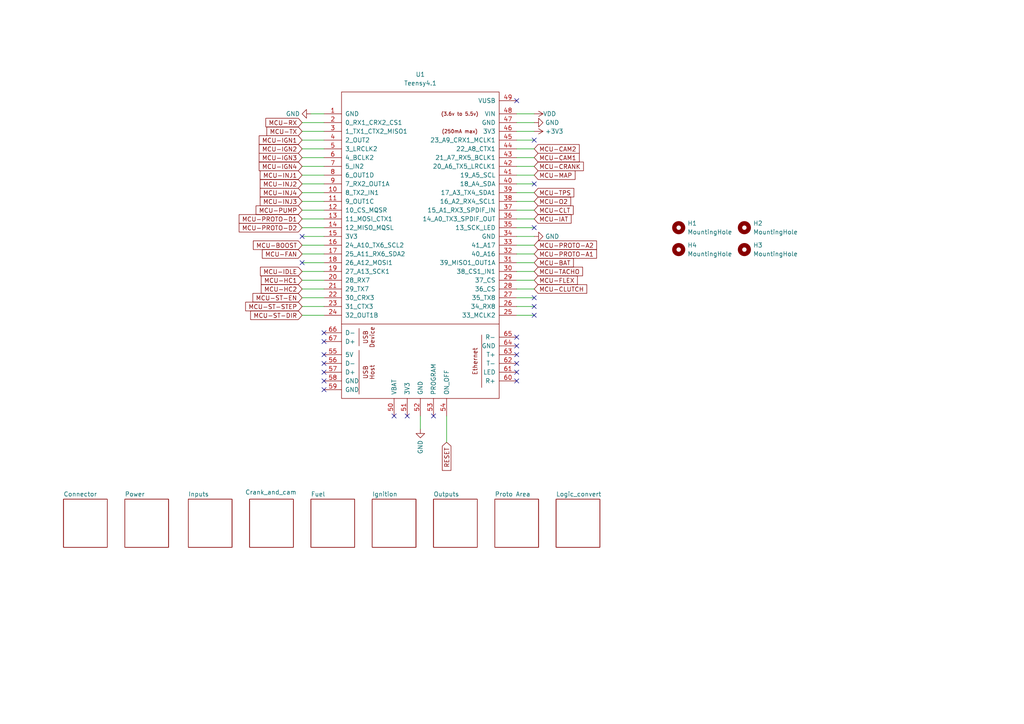
<source format=kicad_sch>
(kicad_sch (version 20211123) (generator eeschema)
  (paper "A4")
  (title_block (title "Speeduino board for Teensy 4.1") (date "2023-01-02") (rev "5") (company "Fontys Eindhoven EXPO group 13 || Speeduino") (comment 1 "Adapted from Speeduino V0.4.4c board"))
  (lib_symbols
    (symbol "Mechanical:MountingHole" (pin_names (offset 1.016))
      (property "Reference" "H" (at 0 5.08 0))
      (property "Value" "MountingHole" (at 0 3.175 0))
      (symbol "MountingHole_0_1"
        (circle (center 0 0) (radius 1.27) (stroke (width 1.27)))
      )
    )
    (symbol "Speeduino-lib:Teensy4.1" (pin_names (offset 1.016))
      (property "Reference" "U" (at 0 64.77 0))
      (property "Value" "Teensy4.1" (at 0 62.23 0))
      (symbol "Teensy4.1_0_0"
        (polyline (pts (xy -22.86 -6.35) (xy 22.86 -6.35)))
        (polyline (pts (xy -17.78 -26.67) (xy -17.78 -13.97)))
        (polyline (pts (xy -17.78 -7.62) (xy -17.78 -12.7)))
        (polyline (pts (xy 17.78 -9.525) (xy 17.78 -24.765)))
        (text "(250mA max)" (at 11.43 49.53 0) (effects (font (size 1.016 1.016))))
        (text "(3.6v to 5.5v)" (at 11.43 54.61 0) (effects (font (size 1.016 1.016))))
        (text "Device" (at -13.97 -10.16 900) (effects (font (size 1.27 1.27))))
        (text "Ethernet" (at 15.875 -17.145 900) (effects (font (size 1.27 1.27))))
        (text "Host" (at -13.97 -20.32 900) (effects (font (size 1.27 1.27))))
        (text "USB" (at -15.875 -20.32 900) (effects (font (size 1.27 1.27))))
        (text "USB" (at -15.875 -10.16 900) (effects (font (size 1.27 1.27))))
        (pin bidirectional line (at -27.94 31.75 0) (length 5.08) (name "8_TX2_IN1") (number "10"))
        (pin bidirectional line (at -27.94 29.21 0) (length 5.08) (name "9_OUT1C") (number "11"))
        (pin bidirectional line (at -27.94 26.67 0) (length 5.08) (name "10_CS_MQSR") (number "12"))
        (pin bidirectional line (at -27.94 24.13 0) (length 5.08) (name "11_MOSI_CTX1") (number "13"))
        (pin bidirectional line (at -27.94 21.59 0) (length 5.08) (name "12_MISO_MQSL") (number "14"))
        (pin power_in line (at -27.94 19.05 0) (length 5.08) (name "3V3") (number "15"))
        (pin bidirectional line (at -27.94 16.51 0) (length 5.08) (name "24_A10_TX6_SCL2") (number "16"))
        (pin bidirectional line (at -27.94 13.97 0) (length 5.08) (name "25_A11_RX6_SDA2") (number "17"))
        (pin bidirectional line (at -27.94 11.43 0) (length 5.08) (name "26_A12_MOSI1") (number "18"))
        (pin bidirectional line (at -27.94 8.89 0) (length 5.08) (name "27_A13_SCK1") (number "19"))
        (pin bidirectional line (at -27.94 6.35 0) (length 5.08) (name "28_RX7") (number "20"))
        (pin bidirectional line (at -27.94 3.81 0) (length 5.08) (name "29_TX7") (number "21"))
        (pin bidirectional line (at -27.94 1.27 0) (length 5.08) (name "30_CRX3") (number "22"))
        (pin bidirectional line (at -27.94 -1.27 0) (length 5.08) (name "31_CTX3") (number "23"))
        (pin bidirectional line (at -27.94 -3.81 0) (length 5.08) (name "32_OUT1B") (number "24"))
        (pin bidirectional line (at 27.94 -3.81 180) (length 5.08) (name "33_MCLK2") (number "25"))
        (pin bidirectional line (at 27.94 -1.27 180) (length 5.08) (name "34_RX8") (number "26"))
        (pin bidirectional line (at 27.94 1.27 180) (length 5.08) (name "35_TX8") (number "27"))
        (pin bidirectional line (at 27.94 3.81 180) (length 5.08) (name "36_CS") (number "28"))
        (pin bidirectional line (at 27.94 6.35 180) (length 5.08) (name "37_CS") (number "29"))
        (pin bidirectional line (at 27.94 8.89 180) (length 5.08) (name "38_CS1_IN1") (number "30"))
        (pin bidirectional line (at 27.94 11.43 180) (length 5.08) (name "39_MISO1_OUT1A") (number "31"))
        (pin bidirectional line (at 27.94 13.97 180) (length 5.08) (name "40_A16") (number "32"))
        (pin bidirectional line (at 27.94 16.51 180) (length 5.08) (name "41_A17") (number "33"))
        (pin bidirectional line (at 27.94 21.59 180) (length 5.08) (name "13_SCK_LED") (number "35"))
        (pin bidirectional line (at 27.94 24.13 180) (length 5.08) (name "14_A0_TX3_SPDIF_OUT") (number "36"))
        (pin bidirectional line (at 27.94 26.67 180) (length 5.08) (name "15_A1_RX3_SPDIF_IN") (number "37"))
        (pin bidirectional line (at 27.94 29.21 180) (length 5.08) (name "16_A2_RX4_SCL1") (number "38"))
        (pin bidirectional line (at 27.94 31.75 180) (length 5.08) (name "17_A3_TX4_SDA1") (number "39"))
        (pin bidirectional line (at 27.94 34.29 180) (length 5.08) (name "18_A4_SDA") (number "40"))
        (pin bidirectional line (at 27.94 36.83 180) (length 5.08) (name "19_A5_SCL") (number "41"))
        (pin bidirectional line (at 27.94 39.37 180) (length 5.08) (name "20_A6_TX5_LRCLK1") (number "42"))
        (pin bidirectional line (at 27.94 41.91 180) (length 5.08) (name "21_A7_RX5_BCLK1") (number "43"))
        (pin bidirectional line (at 27.94 44.45 180) (length 5.08) (name "22_A8_CTX1") (number "44"))
        (pin bidirectional line (at 27.94 46.99 180) (length 5.08) (name "23_A9_CRX1_MCLK1") (number "45"))
        (pin power_out line (at 27.94 49.53 180) (length 5.08) (name "3V3") (number "46"))
        (pin power_in line (at 27.94 52.07 180) (length 5.08) (name "GND") (number "47"))
        (pin power_in line (at 27.94 54.61 180) (length 5.08) (name "VIN") (number "48"))
        (pin power_out line (at 27.94 58.42 180) (length 5.08) (name "VUSB") (number "49"))
        (pin bidirectional line (at -27.94 44.45 0) (length 5.08) (name "3_LRCLK2") (number "5"))
        (pin power_in line (at -7.62 -33.02 90) (length 5.08) (name "VBAT") (number "50"))
        (pin power_in line (at -3.81 -33.02 90) (length 5.08) (name "3V3") (number "51"))
        (pin input line (at 0 -33.02 90) (length 5.08) (name "GND") (number "52"))
        (pin input line (at 3.81 -33.02 90) (length 5.08) (name "PROGRAM") (number "53"))
        (pin input line (at 7.62 -33.02 90) (length 5.08) (name "ON_OFF") (number "54"))
        (pin power_out line (at -27.94 -15.24 0) (length 5.08) (name "5V") (number "55"))
        (pin bidirectional line (at -27.94 -17.78 0) (length 5.08) (name "D-") (number "56"))
        (pin bidirectional line (at -27.94 -20.32 0) (length 5.08) (name "D+") (number "57"))
        (pin power_in line (at -27.94 -22.86 0) (length 5.08) (name "GND") (number "58"))
        (pin power_in line (at -27.94 -25.4 0) (length 5.08) (name "GND") (number "59"))
        (pin bidirectional line (at -27.94 41.91 0) (length 5.08) (name "4_BCLK2") (number "6"))
        (pin bidirectional line (at 27.94 -22.86 180) (length 5.08) (name "R+") (number "60"))
        (pin bidirectional line (at 27.94 -20.32 180) (length 5.08) (name "LED") (number "61"))
        (pin bidirectional line (at 27.94 -17.78 180) (length 5.08) (name "T-") (number "62"))
        (pin bidirectional line (at 27.94 -15.24 180) (length 5.08) (name "T+") (number "63"))
        (pin power_in line (at 27.94 -12.7 180) (length 5.08) (name "GND") (number "64"))
        (pin bidirectional line (at 27.94 -10.16 180) (length 5.08) (name "R-") (number "65"))
        (pin bidirectional line (at -27.94 -8.89 0) (length 5.08) (name "D-") (number "66"))
        (pin bidirectional line (at -27.94 -11.43 0) (length 5.08) (name "D+") (number "67"))
        (pin bidirectional line (at -27.94 39.37 0) (length 5.08) (name "5_IN2") (number "7"))
        (pin bidirectional line (at -27.94 36.83 0) (length 5.08) (name "6_OUT1D") (number "8"))
        (pin bidirectional line (at -27.94 34.29 0) (length 5.08) (name "7_RX2_OUT1A") (number "9"))
      )
      (symbol "Teensy4.1_0_1"
        (rectangle (start -22.86 60.96) (end 22.86 -27.94))
        (rectangle (start -20.32 -1.27) (end -20.32 -1.27))
      )
      (symbol "Teensy4.1_1_1"
        (pin power_in line (at -27.94 54.61 0) (length 5.08) (name "GND") (number "1"))
        (pin bidirectional line (at -27.94 52.07 0) (length 5.08) (name "0_RX1_CRX2_CS1") (number "2"))
        (pin bidirectional line (at -27.94 49.53 0) (length 5.08) (name "1_TX1_CTX2_MISO1") (number "3"))
        (pin power_in line (at 27.94 19.05 180) (length 5.08) (name "GND") (number "34"))
        (pin bidirectional line (at -27.94 46.99 0) (length 5.08) (name "2_OUT2") (number "4"))
      )
    )
    (symbol "power:+3V3" (power) (pin_names (offset 0))
      (property "Value" "+3V3" (at 0 3.556 0))
      (symbol "+3V3_0_1"
        (polyline (pts (xy -0.762 1.27) (xy 0 2.54)))
        (polyline (pts (xy 0 0) (xy 0 2.54)))
        (polyline (pts (xy 0 2.54) (xy 0.762 1.27)))
      )
      (symbol "+3V3_1_1"
        (pin power_in line (at 0 0 90) (length 0) hide (name "+3V3") (number "1"))
      )
    )
    (symbol "power:GND" (power) (pin_names (offset 0))
      (property "Value" "GND" (at 0 -3.81 0))
      (symbol "GND_0_1"
        (polyline (pts (xy 0 0) (xy 0 -1.27) (xy 1.27 -1.27) (xy 0 -2.54) (xy -1.27 -1.27) (xy 0 -1.27)))
      )
      (symbol "GND_1_1"
        (pin power_in line (at 0 0 270) (length 0) hide (name "GND") (number "1"))
      )
    )
    (symbol "power:VDD" (power) (pin_names (offset 0))
      (property "Value" "VDD" (at 0 3.81 0))
      (symbol "VDD_0_1"
        (polyline (pts (xy -0.762 1.27) (xy 0 2.54)))
        (polyline (pts (xy 0 0) (xy 0 2.54)))
        (polyline (pts (xy 0 2.54) (xy 0.762 1.27)))
      )
      (symbol "VDD_1_1"
        (pin power_in line (at 0 0 90) (length 0) hide (name "VDD") (number "1"))
      )
    )
  )
  (no_connect (at 87.63 68.58))
  (no_connect (at 87.63 76.2))
  (no_connect (at 149.86 107.95))
  (no_connect (at 154.94 91.44))
  (no_connect (at 154.94 86.36))
  (no_connect (at 114.3 120.65))
  (no_connect (at 125.73 120.65))
  (no_connect (at 149.86 97.79))
  (no_connect (at 149.86 102.87))
  (no_connect (at 149.86 110.49))
  (no_connect (at 93.98 110.49))
  (no_connect (at 93.98 113.03))
  (no_connect (at 93.98 105.41))
  (no_connect (at 93.98 102.87))
  (no_connect (at 154.94 53.34))
  (no_connect (at 149.86 29.21))
  (no_connect (at 118.11 120.65))
  (no_connect (at 93.98 96.52))
  (no_connect (at 154.94 88.9))
  (no_connect (at 93.98 107.95))
  (no_connect (at 154.94 66.04))
  (no_connect (at 154.94 40.64))
  (no_connect (at 149.86 105.41))
  (no_connect (at 93.98 99.06))
  (no_connect (at 149.86 100.33))
  (wire (pts (xy 87.63 83.82) (xy 93.98 83.82)))
  (wire (pts (xy 149.86 40.64) (xy 154.94 40.64)))
  (wire (pts (xy 149.86 53.34) (xy 154.94 53.34)))
  (wire (pts (xy 149.86 58.42) (xy 154.94 58.42)))
  (wire (pts (xy 149.86 73.66) (xy 154.94 73.66)))
  (wire (pts (xy 87.63 68.58) (xy 93.98 68.58)))
  (wire (pts (xy 87.63 76.2) (xy 93.98 76.2)))
  (wire (pts (xy 149.86 76.2) (xy 154.94 76.2)))
  (wire (pts (xy 87.63 78.74) (xy 93.98 78.74)))
  (wire (pts (xy 149.86 35.56) (xy 154.94 35.56)))
  (wire (pts (xy 149.86 88.9) (xy 154.94 88.9)))
  (wire (pts (xy 149.86 55.88) (xy 154.94 55.88)))
  (wire (pts (xy 87.63 88.9) (xy 93.98 88.9)))
  (wire (pts (xy 87.63 58.42) (xy 93.98 58.42)))
  (wire (pts (xy 87.63 73.66) (xy 93.98 73.66)))
  (wire (pts (xy 87.63 43.18) (xy 93.98 43.18)))
  (wire (pts (xy 149.86 68.58) (xy 154.94 68.58)))
  (wire (pts (xy 149.86 48.26) (xy 154.94 48.26)))
  (wire (pts (xy 87.63 45.72) (xy 93.98 45.72)))
  (wire (pts (xy 149.86 63.5) (xy 154.94 63.5)))
  (wire (pts (xy 149.86 38.1) (xy 154.94 38.1)))
  (wire (pts (xy 87.63 40.64) (xy 93.98 40.64)))
  (wire (pts (xy 149.86 60.96) (xy 154.94 60.96)))
  (wire (pts (xy 93.98 33.02) (xy 90.17 33.02)))
  (wire (pts (xy 87.63 50.8) (xy 93.98 50.8)))
  (wire (pts (xy 87.63 63.5) (xy 93.98 63.5)))
  (wire (pts (xy 87.63 53.34) (xy 93.98 53.34)))
  (wire (pts (xy 93.98 38.1) (xy 87.63 38.1)))
  (wire (pts (xy 129.54 128.27) (xy 129.54 120.65)))
  (wire (pts (xy 149.86 91.44) (xy 154.94 91.44)))
  (wire (pts (xy 93.98 71.12) (xy 87.63 71.12)))
  (wire (pts (xy 121.92 120.65) (xy 121.92 124.46)))
  (wire (pts (xy 87.63 48.26) (xy 93.98 48.26)))
  (wire (pts (xy 87.63 86.36) (xy 93.98 86.36)))
  (wire (pts (xy 149.86 71.12) (xy 154.94 71.12)))
  (wire (pts (xy 149.86 66.04) (xy 154.94 66.04)))
  (wire (pts (xy 149.86 45.72) (xy 154.94 45.72)))
  (wire (pts (xy 149.86 81.28) (xy 154.94 81.28)))
  (wire (pts (xy 87.63 35.56) (xy 93.98 35.56)))
  (wire (pts (xy 87.63 66.04) (xy 93.98 66.04)))
  (wire (pts (xy 87.63 81.28) (xy 93.98 81.28)))
  (wire (pts (xy 87.63 91.44) (xy 93.98 91.44)))
  (wire (pts (xy 149.86 86.36) (xy 154.94 86.36)))
  (wire (pts (xy 93.98 55.88) (xy 87.63 55.88)))
  (wire (pts (xy 149.86 83.82) (xy 154.94 83.82)))
  (wire (pts (xy 149.86 50.8) (xy 154.94 50.8)))
  (wire (pts (xy 149.86 43.18) (xy 154.94 43.18)))
  (wire (pts (xy 87.63 60.96) (xy 93.98 60.96)))
  (wire (pts (xy 149.86 78.74) (xy 154.94 78.74)))
  (wire (pts (xy 149.86 33.02) (xy 154.94 33.02)))
  (global_label "MCU-CRANK" (shape input) (at 154.94 48.26 0) (property "Intersheet References" "${INTERSHEET_REFS}" (effects hide)))
  (global_label "RESET" (shape input) (at 129.54 128.27 270) (property "Intersheet References" "${INTERSHEET_REFS}" (effects hide)))
  (global_label "MCU-CLT" (shape input) (at 154.94 60.96 0) (property "Intersheet References" "${INTERSHEET_REFS}" (effects hide)))
  (global_label "MCU-CLUTCH" (shape input) (at 154.94 83.82 0) (property "Intersheet References" "${INTERSHEET_REFS}" (effects hide)))
  (global_label "MCU-PROTO-A2" (shape input) (at 154.94 71.12 0) (property "Intersheet References" "${INTERSHEET_REFS}" (effects hide)))
  (global_label "MCU-PROTO-A1" (shape input) (at 154.94 73.66 0) (property "Intersheet References" "${INTERSHEET_REFS}" (effects hide)))
  (global_label "MCU-INJ2" (shape input) (at 87.63 53.34 180) (property "Intersheet References" "${INTERSHEET_REFS}" (effects hide)))
  (global_label "MCU-TACHO" (shape input) (at 154.94 78.74 0) (property "Intersheet References" "${INTERSHEET_REFS}" (effects hide)))
  (global_label "MCU-IAT" (shape input) (at 154.94 63.5 0) (property "Intersheet References" "${INTERSHEET_REFS}" (effects hide)))
  (global_label "MCU-O2" (shape input) (at 154.94 58.42 0) (property "Intersheet References" "${INTERSHEET_REFS}" (effects hide)))
  (global_label "MCU-PROTO-D2" (shape input) (at 87.63 66.04 180) (property "Intersheet References" "${INTERSHEET_REFS}" (effects hide)))
  (global_label "MCU-FAN" (shape input) (at 87.63 73.66 180) (property "Intersheet References" "${INTERSHEET_REFS}" (effects hide)))
  (global_label "MCU-ST-DIR" (shape input) (at 87.63 91.44 180) (property "Intersheet References" "${INTERSHEET_REFS}" (effects hide)))
  (global_label "MCU-INJ1" (shape input) (at 87.63 50.8 180) (property "Intersheet References" "${INTERSHEET_REFS}" (effects hide)))
  (global_label "MCU-IGN1" (shape input) (at 87.63 40.64 180) (property "Intersheet References" "${INTERSHEET_REFS}" (effects hide)))
  (global_label "MCU-IGN3" (shape input) (at 87.63 45.72 180) (property "Intersheet References" "${INTERSHEET_REFS}" (effects hide)))
  (global_label "MCU-HC1" (shape input) (at 87.63 81.28 180) (property "Intersheet References" "${INTERSHEET_REFS}" (effects hide)))
  (global_label "MCU-ST-STEP" (shape input) (at 87.63 88.9 180) (property "Intersheet References" "${INTERSHEET_REFS}" (effects hide)))
  (global_label "MCU-PUMP" (shape input) (at 87.63 60.96 180) (property "Intersheet References" "${INTERSHEET_REFS}" (effects hide)))
  (global_label "MCU-BAT" (shape input) (at 154.94 76.2 0) (property "Intersheet References" "${INTERSHEET_REFS}" (effects hide)))
  (global_label "MCU-ST-EN" (shape input) (at 87.63 86.36 180) (property "Intersheet References" "${INTERSHEET_REFS}" (effects hide)))
  (global_label "MCU-FLEX" (shape input) (at 154.94 81.28 0) (property "Intersheet References" "${INTERSHEET_REFS}" (effects hide)))
  (global_label "MCU-CAM1" (shape input) (at 154.94 45.72 0) (property "Intersheet References" "${INTERSHEET_REFS}" (effects hide)))
  (global_label "MCU-IGN2" (shape input) (at 87.63 43.18 180) (property "Intersheet References" "${INTERSHEET_REFS}" (effects hide)))
  (global_label "MCU-INJ4" (shape input) (at 87.63 55.88 180) (property "Intersheet References" "${INTERSHEET_REFS}" (effects hide)))
  (global_label "MCU-IDLE" (shape input) (at 87.63 78.74 180) (property "Intersheet References" "${INTERSHEET_REFS}" (effects hide)))
  (global_label "MCU-MAP" (shape input) (at 154.94 50.8 0) (property "Intersheet References" "${INTERSHEET_REFS}" (effects hide)))
  (global_label "MCU-BOOST" (shape input) (at 87.63 71.12 180) (property "Intersheet References" "${INTERSHEET_REFS}" (effects hide)))
  (global_label "MCU-RX" (shape input) (at 87.63 35.56 180) (property "Intersheet References" "${INTERSHEET_REFS}" (effects hide)))
  (global_label "MCU-PROTO-D1" (shape input) (at 87.63 63.5 180) (property "Intersheet References" "${INTERSHEET_REFS}" (effects hide)))
  (global_label "MCU-HC2" (shape input) (at 87.63 83.82 180) (property "Intersheet References" "${INTERSHEET_REFS}" (effects hide)))
  (global_label "MCU-TPS" (shape input) (at 154.94 55.88 0) (property "Intersheet References" "${INTERSHEET_REFS}" (effects hide)))
  (global_label "MCU-CAM2" (shape input) (at 154.94 43.18 0) (property "Intersheet References" "${INTERSHEET_REFS}" (effects hide)))
  (global_label "MCU-TX" (shape input) (at 87.63 38.1 180) (property "Intersheet References" "${INTERSHEET_REFS}" (effects hide)))
  (global_label "MCU-IGN4" (shape input) (at 87.63 48.26 180) (property "Intersheet References" "${INTERSHEET_REFS}" (effects hide)))
  (global_label "MCU-INJ3" (shape input) (at 87.63 58.42 180) (property "Intersheet References" "${INTERSHEET_REFS}" (effects hide)))
  (symbol (lib_id "Speeduino-lib:Teensy4.1") (at 121.92 87.63 0) (unit 1)
    (property "Reference" "U1" (at 121.92 21.59 0))
    (property "Value" "Teensy4.1" (at 121.92 24.13 0))
    (property "Footprint" "Speeduino-lib:Teensy41" (effects hide))
  )
  (symbol (lib_id "power:GND") (at 154.94 68.58 90) (unit 1)
    (property "Reference" "#PWR0101" (effects hide))
    (property "Value" "GND" (at 158.115 68.58 90) (effects (justify right)))
  )
  (symbol (lib_id "Mechanical:MountingHole") (at 215.9 66.04 0) (unit 1)
    (property "Reference" "H2" (at 218.44 64.7699 0) (effects (justify left)))
    (property "Value" "MountingHole" (at 218.44 67.3099 0) (effects (justify left)))
  )
  (symbol (lib_id "power:VDD") (at 154.94 33.02 270) (unit 1)
    (property "Reference" "#PWR0103" (effects hide))
    (property "Value" "VDD" (at 157.48 33.02 90) (effects (justify left)))
  )
  (symbol (lib_id "Mechanical:MountingHole") (at 215.9 72.39 0) (unit 1)
    (property "Reference" "H3" (at 218.44 71.1199 0) (effects (justify left)))
    (property "Value" "MountingHole" (at 218.44 73.6599 0) (effects (justify left)))
  )
  (symbol (lib_id "Mechanical:MountingHole") (at 196.85 66.04 0) (unit 1)
    (property "Reference" "H1" (at 199.39 64.7699 0) (effects (justify left)))
    (property "Value" "MountingHole" (at 199.39 67.3099 0) (effects (justify left)))
  )
  (symbol (lib_id "power:+3V3") (at 154.94 38.1 270) (unit 1)
    (property "Reference" "#PWR0104" (effects hide))
    (property "Value" "+3V3" (at 158.115 38.1 90) (effects (justify left)))
  )
  (symbol (lib_id "Mechanical:MountingHole") (at 196.85 72.39 0) (unit 1)
    (property "Reference" "H4" (at 199.39 71.1199 0) (effects (justify left)))
    (property "Value" "MountingHole" (at 199.39 73.6599 0) (effects (justify left)))
  )
  (symbol (lib_id "power:GND") (at 90.17 33.02 270) (unit 1)
    (property "Reference" "#PWR0105" (effects hide))
    (property "Value" "GND" (at 86.995 33.02 90) (effects (justify right)))
  )
  (symbol (lib_id "power:GND") (at 154.94 35.56 90) (unit 1)
    (property "Reference" "#PWR0102" (effects hide))
    (property "Value" "GND" (at 158.115 35.56 90) (effects (justify right)))
  )
  (symbol (lib_id "power:GND") (at 121.92 124.46 0) (unit 1)
    (property "Reference" "#PWR0107" (effects hide))
    (property "Value" "GND" (at 121.92 127.635 90) (effects (justify right)))
  )
  (sheet (at 90.17 144.78) (size 12.7 13.97)
    (property "Sheet name" "Fuel" (at 90.17 144.0684 0) (effects (justify left bottom)))
    (property "Sheet file" "Fuel.kicad_sch" (effects hide))
  )
  (sheet (at 54.61 144.78) (size 12.7 13.97)
    (property "Sheet name" "Inputs" (at 54.61 144.0684 0) (effects (justify left bottom)))
    (property "Sheet file" "inputs.kicad_sch" (effects hide))
  )
  (sheet (at 36.195 144.78) (size 12.7 13.97)
    (property "Sheet name" "Power" (at 36.195 144.0684 0) (effects (justify left bottom)))
    (property "Sheet file" "power.kicad_sch" (effects hide))
  )
  (sheet (at 18.415 144.78) (size 12.7 13.97)
    (property "Sheet name" "Connector" (at 18.415 144.0684 0) (effects (justify left bottom)))
    (property "Sheet file" "connector.kicad_sch" (effects hide))
  )
  (sheet (at 125.73 144.78) (size 12.7 13.97)
    (property "Sheet name" "Outputs" (at 125.73 144.0684 0) (effects (justify left bottom)))
    (property "Sheet file" "outputs.kicad_sch" (effects hide))
  )
  (sheet (at 143.51 144.78) (size 12.7 13.97)
    (property "Sheet name" "Proto Area" (at 143.51 144.0684 0) (effects (justify left bottom)))
    (property "Sheet file" "proto.kicad_sch" (effects hide))
  )
  (sheet (at 72.39 144.78) (size 12.7 13.97)
    (property "Sheet name" "Crank_and_cam" (at 71.12 143.51 0) (effects (justify left bottom)))
    (property "Sheet file" "Crank_and_cam.kicad_sch" (effects hide))
  )
  (sheet (at 107.95 144.78) (size 12.7 13.97)
    (property "Sheet name" "Ignition" (at 107.95 144.0684 0) (effects (justify left bottom)))
    (property "Sheet file" "Ignition.kicad_sch" (effects hide))
  )
  (sheet (at 161.29 144.78) (size 12.7 13.97) (stroke (width 0.1524))
    (property "Sheet name" "Logic_convert" (at 161.29 144.0684 0) (effects (justify left bottom)))
    (property "Sheet file" "Logic_convert.kicad_sch" (effects hide))
  )
)
</source>
